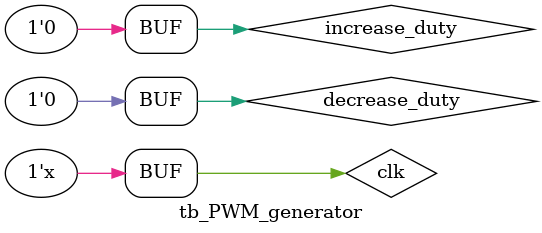
<source format=v>
`timescale 1ns / 1ps

module tb_PWM_generator;

 reg clk;
 reg increase_duty;
 reg decrease_duty;
 wire out;

 PWM_generator dut (clk,increase_duty,decrease_duty,out);
 
 always #5 clk = ~clk;
  
 initial begin
  clk = 0;
  increase_duty = 0;
  decrease_duty = 0;
  #100 increase_duty = 1; 
  #100 increase_duty = 0;
  #100 increase_duty = 1;
  #100 increase_duty = 0;
  #100 increase_duty = 1;
  #100 increase_duty = 0;
  #100 decrease_duty = 1; 
  #100 decrease_duty = 0;
  #100 decrease_duty = 1;
  #100 decrease_duty = 0;
  #100 decrease_duty = 1;
  #100 decrease_duty = 0;
 end
endmodule
</source>
